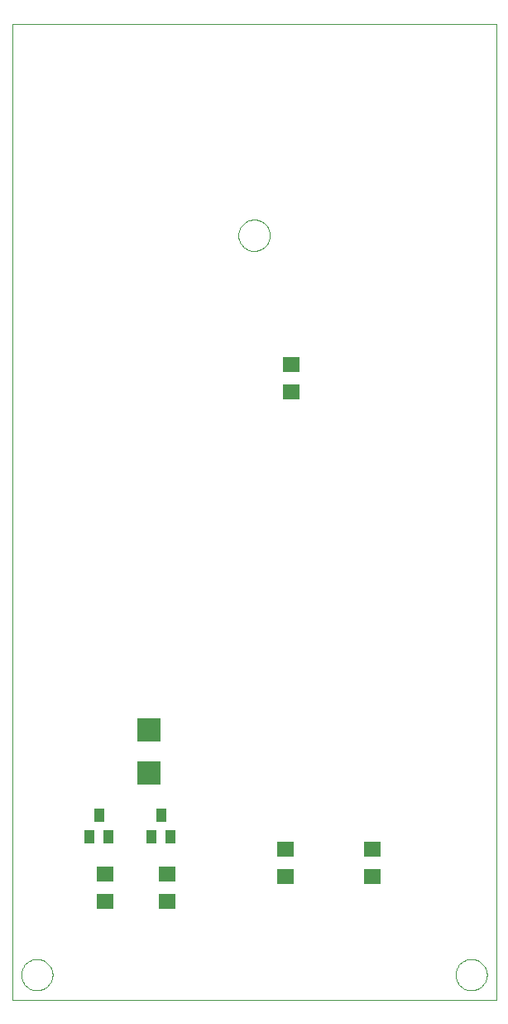
<source format=gtp>
G75*
%MOIN*%
%OFA0B0*%
%FSLAX24Y24*%
%IPPOS*%
%LPD*%
%AMOC8*
5,1,8,0,0,1.08239X$1,22.5*
%
%ADD10C,0.0000*%
%ADD11R,0.0710X0.0630*%
%ADD12R,0.0394X0.0551*%
%ADD13R,0.0945X0.0945*%
%ADD14R,0.0709X0.0630*%
D10*
X000100Y000100D02*
X000100Y039350D01*
X019600Y039350D01*
X019600Y000100D01*
X000100Y000100D01*
X000470Y001100D02*
X000472Y001150D01*
X000478Y001200D01*
X000488Y001249D01*
X000502Y001297D01*
X000519Y001344D01*
X000540Y001389D01*
X000565Y001433D01*
X000593Y001474D01*
X000625Y001513D01*
X000659Y001550D01*
X000696Y001584D01*
X000736Y001614D01*
X000778Y001641D01*
X000822Y001665D01*
X000868Y001686D01*
X000915Y001702D01*
X000963Y001715D01*
X001013Y001724D01*
X001062Y001729D01*
X001113Y001730D01*
X001163Y001727D01*
X001212Y001720D01*
X001261Y001709D01*
X001309Y001694D01*
X001355Y001676D01*
X001400Y001654D01*
X001443Y001628D01*
X001484Y001599D01*
X001523Y001567D01*
X001559Y001532D01*
X001591Y001494D01*
X001621Y001454D01*
X001648Y001411D01*
X001671Y001367D01*
X001690Y001321D01*
X001706Y001273D01*
X001718Y001224D01*
X001726Y001175D01*
X001730Y001125D01*
X001730Y001075D01*
X001726Y001025D01*
X001718Y000976D01*
X001706Y000927D01*
X001690Y000879D01*
X001671Y000833D01*
X001648Y000789D01*
X001621Y000746D01*
X001591Y000706D01*
X001559Y000668D01*
X001523Y000633D01*
X001484Y000601D01*
X001443Y000572D01*
X001400Y000546D01*
X001355Y000524D01*
X001309Y000506D01*
X001261Y000491D01*
X001212Y000480D01*
X001163Y000473D01*
X001113Y000470D01*
X001062Y000471D01*
X001013Y000476D01*
X000963Y000485D01*
X000915Y000498D01*
X000868Y000514D01*
X000822Y000535D01*
X000778Y000559D01*
X000736Y000586D01*
X000696Y000616D01*
X000659Y000650D01*
X000625Y000687D01*
X000593Y000726D01*
X000565Y000767D01*
X000540Y000811D01*
X000519Y000856D01*
X000502Y000903D01*
X000488Y000951D01*
X000478Y001000D01*
X000472Y001050D01*
X000470Y001100D01*
X009220Y030850D02*
X009222Y030900D01*
X009228Y030950D01*
X009238Y030999D01*
X009252Y031047D01*
X009269Y031094D01*
X009290Y031139D01*
X009315Y031183D01*
X009343Y031224D01*
X009375Y031263D01*
X009409Y031300D01*
X009446Y031334D01*
X009486Y031364D01*
X009528Y031391D01*
X009572Y031415D01*
X009618Y031436D01*
X009665Y031452D01*
X009713Y031465D01*
X009763Y031474D01*
X009812Y031479D01*
X009863Y031480D01*
X009913Y031477D01*
X009962Y031470D01*
X010011Y031459D01*
X010059Y031444D01*
X010105Y031426D01*
X010150Y031404D01*
X010193Y031378D01*
X010234Y031349D01*
X010273Y031317D01*
X010309Y031282D01*
X010341Y031244D01*
X010371Y031204D01*
X010398Y031161D01*
X010421Y031117D01*
X010440Y031071D01*
X010456Y031023D01*
X010468Y030974D01*
X010476Y030925D01*
X010480Y030875D01*
X010480Y030825D01*
X010476Y030775D01*
X010468Y030726D01*
X010456Y030677D01*
X010440Y030629D01*
X010421Y030583D01*
X010398Y030539D01*
X010371Y030496D01*
X010341Y030456D01*
X010309Y030418D01*
X010273Y030383D01*
X010234Y030351D01*
X010193Y030322D01*
X010150Y030296D01*
X010105Y030274D01*
X010059Y030256D01*
X010011Y030241D01*
X009962Y030230D01*
X009913Y030223D01*
X009863Y030220D01*
X009812Y030221D01*
X009763Y030226D01*
X009713Y030235D01*
X009665Y030248D01*
X009618Y030264D01*
X009572Y030285D01*
X009528Y030309D01*
X009486Y030336D01*
X009446Y030366D01*
X009409Y030400D01*
X009375Y030437D01*
X009343Y030476D01*
X009315Y030517D01*
X009290Y030561D01*
X009269Y030606D01*
X009252Y030653D01*
X009238Y030701D01*
X009228Y030750D01*
X009222Y030800D01*
X009220Y030850D01*
X017970Y001100D02*
X017972Y001150D01*
X017978Y001200D01*
X017988Y001249D01*
X018002Y001297D01*
X018019Y001344D01*
X018040Y001389D01*
X018065Y001433D01*
X018093Y001474D01*
X018125Y001513D01*
X018159Y001550D01*
X018196Y001584D01*
X018236Y001614D01*
X018278Y001641D01*
X018322Y001665D01*
X018368Y001686D01*
X018415Y001702D01*
X018463Y001715D01*
X018513Y001724D01*
X018562Y001729D01*
X018613Y001730D01*
X018663Y001727D01*
X018712Y001720D01*
X018761Y001709D01*
X018809Y001694D01*
X018855Y001676D01*
X018900Y001654D01*
X018943Y001628D01*
X018984Y001599D01*
X019023Y001567D01*
X019059Y001532D01*
X019091Y001494D01*
X019121Y001454D01*
X019148Y001411D01*
X019171Y001367D01*
X019190Y001321D01*
X019206Y001273D01*
X019218Y001224D01*
X019226Y001175D01*
X019230Y001125D01*
X019230Y001075D01*
X019226Y001025D01*
X019218Y000976D01*
X019206Y000927D01*
X019190Y000879D01*
X019171Y000833D01*
X019148Y000789D01*
X019121Y000746D01*
X019091Y000706D01*
X019059Y000668D01*
X019023Y000633D01*
X018984Y000601D01*
X018943Y000572D01*
X018900Y000546D01*
X018855Y000524D01*
X018809Y000506D01*
X018761Y000491D01*
X018712Y000480D01*
X018663Y000473D01*
X018613Y000470D01*
X018562Y000471D01*
X018513Y000476D01*
X018463Y000485D01*
X018415Y000498D01*
X018368Y000514D01*
X018322Y000535D01*
X018278Y000559D01*
X018236Y000586D01*
X018196Y000616D01*
X018159Y000650D01*
X018125Y000687D01*
X018093Y000726D01*
X018065Y000767D01*
X018040Y000811D01*
X018019Y000856D01*
X018002Y000903D01*
X017988Y000951D01*
X017978Y001000D01*
X017972Y001050D01*
X017970Y001100D01*
D11*
X014600Y005040D03*
X014600Y006160D03*
X011100Y006160D03*
X011100Y005040D03*
X006350Y005160D03*
X006350Y004040D03*
X003850Y004040D03*
X003850Y005160D03*
D12*
X003974Y006667D03*
X003600Y007533D03*
X003226Y006667D03*
X005726Y006667D03*
X006474Y006667D03*
X006100Y007533D03*
D13*
X005600Y009234D03*
X005600Y010966D03*
D14*
X011350Y024549D03*
X011350Y025651D03*
M02*

</source>
